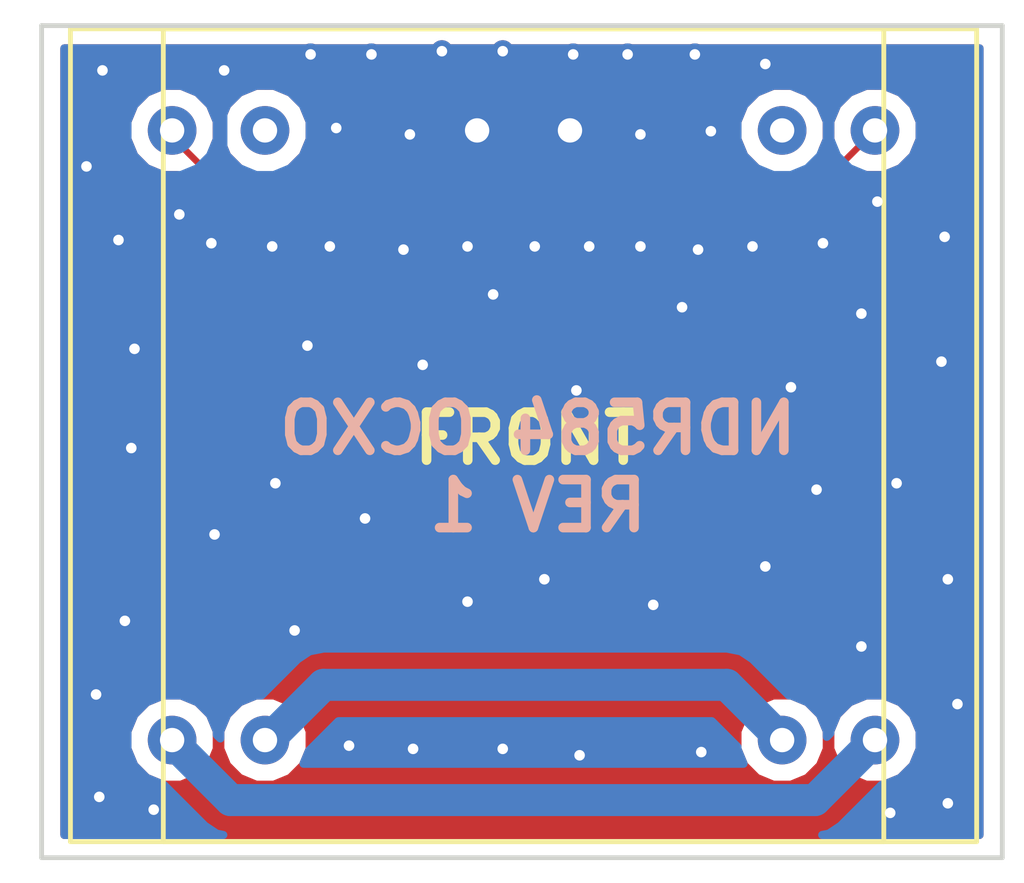
<source format=kicad_pcb>
(kicad_pcb (version 4) (host pcbnew "(2015-09-06 BZR 6161, Git 6b3ff2d)-product")

  (general
    (links 5)
    (no_connects 0)
    (area 98.6 97.651 130.700001 129.069)
    (thickness 1.6)
    (drawings 6)
    (tracks 213)
    (zones 0)
    (modules 2)
    (nets 6)
  )

  (page A4)
  (layers
    (0 F.Cu signal hide)
    (1 In1.Cu signal hide)
    (2 In2.Cu signal)
    (31 B.Cu signal hide)
    (32 B.Adhes user)
    (33 F.Adhes user)
    (34 B.Paste user)
    (35 F.Paste user)
    (36 B.SilkS user)
    (37 F.SilkS user)
    (38 B.Mask user)
    (39 F.Mask user)
    (40 Dwgs.User user)
    (41 Cmts.User user)
    (42 Eco1.User user)
    (43 Eco2.User user)
    (44 Edge.Cuts user)
    (45 Margin user)
    (46 B.CrtYd user)
    (47 F.CrtYd user)
    (48 B.Fab user)
    (49 F.Fab user)
  )

  (setup
    (last_trace_width 0.2032)
    (trace_clearance 0.254)
    (zone_clearance 0.508)
    (zone_45_only yes)
    (trace_min 0.2)
    (segment_width 0.2)
    (edge_width 0.15)
    (via_size 0.6858)
    (via_drill 0.3302)
    (via_min_size 0.4)
    (via_min_drill 0.3)
    (uvia_size 0.6858)
    (uvia_drill 0.3302)
    (uvias_allowed no)
    (uvia_min_size 0.2)
    (uvia_min_drill 0.1)
    (pcb_text_width 0.3)
    (pcb_text_size 1.5 1.5)
    (mod_edge_width 0.15)
    (mod_text_size 1 1)
    (mod_text_width 0.15)
    (pad_size 5.08 5.08)
    (pad_drill 2.54)
    (pad_to_mask_clearance 0.2)
    (aux_axis_origin 0 0)
    (visible_elements 7FFFF77F)
    (pcbplotparams
      (layerselection 0x00030_80000001)
      (usegerberextensions false)
      (excludeedgelayer true)
      (linewidth 0.100000)
      (plotframeref false)
      (viasonmask false)
      (mode 1)
      (useauxorigin false)
      (hpglpennumber 1)
      (hpglpenspeed 20)
      (hpglpendiameter 15)
      (hpglpenoverlay 2)
      (psnegative false)
      (psa4output false)
      (plotreference true)
      (plotvalue true)
      (plotinvisibletext false)
      (padsonsilk false)
      (subtractmaskfromsilk false)
      (outputformat 1)
      (mirror false)
      (drillshape 1)
      (scaleselection 1)
      (outputdirectory ""))
  )

  (net 0 "")
  (net 1 GND)
  (net 2 "Net-(U1-Pad1)")
  (net 3 "Net-(U1-Pad3)")
  (net 4 "Net-(U1-Pad4)")
  (net 5 "Net-(U1-Pad5)")

  (net_class Default "This is the default net class."
    (clearance 0.254)
    (trace_width 0.2032)
    (via_dia 0.6858)
    (via_drill 0.3302)
    (uvia_dia 0.6858)
    (uvia_drill 0.3302)
    (add_net GND)
    (add_net "Net-(U1-Pad1)")
    (add_net "Net-(U1-Pad3)")
  )

  (net_class Power ""
    (clearance 0.254)
    (trace_width 1)
    (via_dia 0.6858)
    (via_drill 0.3302)
    (uvia_dia 0.6858)
    (uvia_drill 0.3302)
    (add_net "Net-(U1-Pad4)")
    (add_net "Net-(U1-Pad5)")
  )

  (module "Reference Parts:OX-2050-BEE-20744" (layer F.Cu) (tedit 5B6AFD72) (tstamp 5B6AF18C)
    (at 113.6 112.8)
    (path /5B6B13CB)
    (fp_text reference U1 (at -1.27 -13.97) (layer F.SilkS) hide
      (effects (font (size 1 1) (thickness 0.15)))
    )
    (fp_text value OX-2050-BEE-20744-100M00000 (at 0 15.24) (layer F.Fab) hide
      (effects (font (size 1 1) (thickness 0.15)))
    )
    (fp_line (start -12.7 -12.7) (end -12.7 12.7) (layer F.SilkS) (width 0.15))
    (fp_line (start 12.7 -12.7) (end -12.7 -12.7) (layer F.SilkS) (width 0.15))
    (fp_line (start 12.7 -12.7) (end 12.7 12.7) (layer F.SilkS) (width 0.15))
    (fp_line (start -12.7 12.7) (end 12.7 12.7) (layer F.SilkS) (width 0.15))
    (pad 5 thru_hole circle (at -9.525 9.525) (size 1.52 1.52) (drill 0.76) (layers *.Cu *.Mask)
      (net 5 "Net-(U1-Pad5)"))
    (pad 4 thru_hole circle (at 9.525 9.525) (size 1.52 1.52) (drill 0.76) (layers *.Cu *.Mask)
      (net 4 "Net-(U1-Pad4)"))
    (pad 3 thru_hole circle (at 9.525 -9.525) (size 1.52 1.52) (drill 0.76) (layers *.Cu *.Mask)
      (net 3 "Net-(U1-Pad3)"))
    (pad 2 thru_hole circle (at 0 -9.525) (size 1.52 1.52) (drill 0.76) (layers *.Cu *.Mask)
      (net 1 GND))
    (pad 1 thru_hole circle (at -9.525 -9.525) (size 1.52 1.52) (drill 0.76) (layers *.Cu *.Mask)
      (net 2 "Net-(U1-Pad1)"))
  )

  (module "Reference Parts:OX-2050-BEE-20744" (layer F.Cu) (tedit 5B6AFD7C) (tstamp 5B58A5D6)
    (at 116.5 112.8)
    (path /5B3BF808)
    (fp_text reference U16 (at -1.27 -13.97) (layer F.SilkS) hide
      (effects (font (size 1 1) (thickness 0.15)))
    )
    (fp_text value OX-2050-BEE-20744-100M00000 (at 0 15.24) (layer F.Fab) hide
      (effects (font (size 1 1) (thickness 0.15)))
    )
    (fp_line (start -12.7 -12.7) (end -12.7 12.7) (layer F.SilkS) (width 0.15))
    (fp_line (start 12.7 -12.7) (end -12.7 -12.7) (layer F.SilkS) (width 0.15))
    (fp_line (start 12.7 -12.7) (end 12.7 12.7) (layer F.SilkS) (width 0.15))
    (fp_line (start -12.7 12.7) (end 12.7 12.7) (layer F.SilkS) (width 0.15))
    (pad 5 thru_hole circle (at -9.525 9.525) (size 1.52 1.52) (drill 0.76) (layers *.Cu *.Mask)
      (net 4 "Net-(U1-Pad4)"))
    (pad 4 thru_hole circle (at 9.525 9.525) (size 1.52 1.52) (drill 0.76) (layers *.Cu *.Mask)
      (net 5 "Net-(U1-Pad5)"))
    (pad 3 thru_hole circle (at 9.525 -9.525) (size 1.52 1.52) (drill 0.76) (layers *.Cu *.Mask)
      (net 2 "Net-(U1-Pad1)"))
    (pad 2 thru_hole circle (at 0 -9.525) (size 1.52 1.52) (drill 0.76) (layers *.Cu *.Mask)
      (net 1 GND))
    (pad 1 thru_hole circle (at -9.525 -9.525) (size 1.52 1.52) (drill 0.76) (layers *.Cu *.Mask)
      (net 3 "Net-(U1-Pad3)"))
  )

  (gr_text "NDR584 OCXO\nREV 1" (at 115.5 113.8) (layer B.SilkS)
    (effects (font (size 1.5 1.5) (thickness 0.3)) (justify mirror))
  )
  (gr_text FRONT (at 115.2 112.9) (layer F.SilkS)
    (effects (font (size 1.5 1.5) (thickness 0.3)))
  )
  (gr_line (start 130 100) (end 130 126) (angle 90) (layer Edge.Cuts) (width 0.15))
  (gr_line (start 100 100) (end 130 100) (angle 90) (layer Edge.Cuts) (width 0.15))
  (gr_line (start 100 100) (end 100 126) (angle 90) (layer Edge.Cuts) (width 0.15))
  (gr_line (start 100 126) (end 130 126) (angle 90) (layer Edge.Cuts) (width 0.15))

  (segment (start 105.7 101.4) (end 105.7 104) (width 0.2032) (layer B.Cu) (net 1))
  (segment (start 105.3 104.4) (end 105.3 106.8) (width 0.2032) (layer B.Cu) (net 1) (tstamp 5B6B0301))
  (segment (start 105.7 104) (end 105.3 104.4) (width 0.2032) (layer B.Cu) (net 1) (tstamp 5B6B02FD))
  (segment (start 105.4 115.9) (end 105.3 115.9) (width 0.2032) (layer B.Cu) (net 1))
  (via (at 103.5 124.5) (size 0.6858) (drill 0.3302) (layers F.Cu B.Cu) (net 1))
  (segment (start 102.2 124.5) (end 103.5 124.5) (width 0.2032) (layer F.Cu) (net 1) (tstamp 5B6AFFCC))
  (segment (start 101.8 124.1) (end 102.2 124.5) (width 0.2032) (layer F.Cu) (net 1) (tstamp 5B6AFFCB))
  (via (at 101.8 124.1) (size 0.6858) (drill 0.3302) (layers F.Cu B.Cu) (net 1))
  (segment (start 101.8 121) (end 101.8 124.1) (width 0.2032) (layer B.Cu) (net 1) (tstamp 5B6AFFC9))
  (segment (start 101.7 120.9) (end 101.8 121) (width 0.2032) (layer B.Cu) (net 1) (tstamp 5B6AFFC8))
  (via (at 101.7 120.9) (size 0.6858) (drill 0.3302) (layers F.Cu B.Cu) (net 1))
  (segment (start 101.7 119.5) (end 101.7 120.9) (width 0.2032) (layer F.Cu) (net 1) (tstamp 5B6AFFC5))
  (segment (start 102.6 118.6) (end 101.7 119.5) (width 0.2032) (layer F.Cu) (net 1) (tstamp 5B6AFFC4))
  (via (at 102.6 118.6) (size 0.6858) (drill 0.3302) (layers F.Cu B.Cu) (net 1))
  (segment (start 105.3 115.9) (end 102.6 118.6) (width 0.2032) (layer B.Cu) (net 1) (tstamp 5B6AFFC1))
  (segment (start 119.1 118.1) (end 119.1 121.3) (width 0.2032) (layer F.Cu) (net 1))
  (via (at 109.6 122.5) (size 0.6858) (drill 0.3302) (layers F.Cu B.Cu) (net 1))
  (segment (start 111.5 122.5) (end 109.6 122.5) (width 0.2032) (layer F.Cu) (net 1) (tstamp 5B6AFFBD))
  (segment (start 111.6 122.6) (end 111.5 122.5) (width 0.2032) (layer F.Cu) (net 1) (tstamp 5B6AFFBC))
  (via (at 111.6 122.6) (size 0.6858) (drill 0.3302) (layers F.Cu B.Cu) (net 1))
  (segment (start 114.4 122.6) (end 111.6 122.6) (width 0.2032) (layer B.Cu) (net 1) (tstamp 5B6AFFB9))
  (via (at 114.4 122.6) (size 0.6858) (drill 0.3302) (layers F.Cu B.Cu) (net 1))
  (segment (start 116.6 122.6) (end 114.4 122.6) (width 0.2032) (layer F.Cu) (net 1) (tstamp 5B6AFFB7))
  (segment (start 116.8 122.8) (end 116.6 122.6) (width 0.2032) (layer F.Cu) (net 1) (tstamp 5B6AFFB6))
  (via (at 116.8 122.8) (size 0.6858) (drill 0.3302) (layers F.Cu B.Cu) (net 1))
  (segment (start 120.5 122.8) (end 116.8 122.8) (width 0.2032) (layer B.Cu) (net 1) (tstamp 5B6AFFB4))
  (segment (start 120.6 122.7) (end 120.5 122.8) (width 0.2032) (layer B.Cu) (net 1) (tstamp 5B6AFFB3))
  (via (at 120.6 122.7) (size 0.6858) (drill 0.3302) (layers F.Cu B.Cu) (net 1))
  (segment (start 120.5 122.7) (end 120.6 122.7) (width 0.2032) (layer F.Cu) (net 1) (tstamp 5B6AFFAD))
  (segment (start 119.1 121.3) (end 120.5 122.7) (width 0.2032) (layer F.Cu) (net 1) (tstamp 5B6AFFA8))
  (segment (start 102.9 110.1) (end 102.9 113.1) (width 0.2032) (layer In1.Cu) (net 1))
  (segment (start 126.5 124.6) (end 126.3 124.6) (width 0.2032) (layer B.Cu) (net 1) (tstamp 5B6AFF91))
  (via (at 126.5 124.6) (size 0.6858) (drill 0.3302) (layers F.Cu B.Cu) (net 1))
  (segment (start 128 124.6) (end 126.5 124.6) (width 0.2032) (layer F.Cu) (net 1) (tstamp 5B6AFF8B))
  (segment (start 128.3 124.3) (end 128 124.6) (width 0.2032) (layer F.Cu) (net 1) (tstamp 5B6AFF8A))
  (via (at 128.3 124.3) (size 0.6858) (drill 0.3302) (layers F.Cu B.Cu) (net 1))
  (segment (start 128.3 121.5) (end 128.3 124.3) (width 0.2032) (layer B.Cu) (net 1) (tstamp 5B6AFF88))
  (segment (start 128.6 121.2) (end 128.3 121.5) (width 0.2032) (layer B.Cu) (net 1) (tstamp 5B6AFF87))
  (via (at 128.6 121.2) (size 0.6858) (drill 0.3302) (layers F.Cu B.Cu) (net 1))
  (segment (start 127.4 121.2) (end 128.6 121.2) (width 0.2032) (layer F.Cu) (net 1) (tstamp 5B6AFF84))
  (segment (start 125.6 119.4) (end 127.4 121.2) (width 0.2032) (layer F.Cu) (net 1) (tstamp 5B6AFF83))
  (via (at 125.6 119.4) (size 0.6858) (drill 0.3302) (layers F.Cu B.Cu) (net 1))
  (segment (start 126.2 119.4) (end 125.6 119.4) (width 0.2032) (layer B.Cu) (net 1) (tstamp 5B6AFF81))
  (segment (start 128.3 117.3) (end 126.2 119.4) (width 0.2032) (layer B.Cu) (net 1) (tstamp 5B6AFF80))
  (via (at 128.3 117.3) (size 0.6858) (drill 0.3302) (layers F.Cu B.Cu) (net 1))
  (segment (start 128.3 115.9) (end 128.3 117.3) (width 0.2032) (layer F.Cu) (net 1) (tstamp 5B6AFF7D))
  (segment (start 126.7 114.3) (end 128.3 115.9) (width 0.2032) (layer F.Cu) (net 1) (tstamp 5B6AFF7C))
  (via (at 126.7 114.3) (size 0.6858) (drill 0.3302) (layers F.Cu B.Cu) (net 1))
  (segment (start 124.4 114.3) (end 126.7 114.3) (width 0.2032) (layer B.Cu) (net 1) (tstamp 5B6AFF7A))
  (segment (start 124.2 114.5) (end 124.4 114.3) (width 0.2032) (layer B.Cu) (net 1) (tstamp 5B6AFF79))
  (via (at 124.2 114.5) (size 0.6858) (drill 0.3302) (layers F.Cu B.Cu) (net 1))
  (segment (start 124.2 115.3) (end 124.2 114.5) (width 0.2032) (layer F.Cu) (net 1) (tstamp 5B6AFF77))
  (segment (start 122.6 116.9) (end 124.2 115.3) (width 0.2032) (layer F.Cu) (net 1) (tstamp 5B6AFF76))
  (via (at 122.6 116.9) (size 0.6858) (drill 0.3302) (layers F.Cu B.Cu) (net 1))
  (segment (start 120.3 116.9) (end 122.6 116.9) (width 0.2032) (layer B.Cu) (net 1) (tstamp 5B6AFF73))
  (segment (start 119.1 118.1) (end 120.3 116.9) (width 0.2032) (layer B.Cu) (net 1) (tstamp 5B6AFF72))
  (via (at 119.1 118.1) (size 0.6858) (drill 0.3302) (layers F.Cu B.Cu) (net 1))
  (segment (start 116.5 118.1) (end 119.1 118.1) (width 0.2032) (layer F.Cu) (net 1) (tstamp 5B6AFF70))
  (segment (start 115.7 117.3) (end 116.5 118.1) (width 0.2032) (layer F.Cu) (net 1) (tstamp 5B6AFF6F))
  (via (at 115.7 117.3) (size 0.6858) (drill 0.3302) (layers F.Cu B.Cu) (net 1))
  (segment (start 114 117.3) (end 115.7 117.3) (width 0.2032) (layer B.Cu) (net 1) (tstamp 5B6AFF6D))
  (segment (start 113.3 118) (end 114 117.3) (width 0.2032) (layer B.Cu) (net 1) (tstamp 5B6AFF6C))
  (via (at 113.3 118) (size 0.6858) (drill 0.3302) (layers F.Cu B.Cu) (net 1))
  (segment (start 112.7 118) (end 113.3 118) (width 0.2032) (layer F.Cu) (net 1) (tstamp 5B6AFF6A))
  (segment (start 110.1 115.4) (end 112.7 118) (width 0.2032) (layer F.Cu) (net 1) (tstamp 5B6AFF69))
  (via (at 110.1 115.4) (size 0.6858) (drill 0.3302) (layers F.Cu B.Cu) (net 1))
  (segment (start 110.1 116.7) (end 110.1 115.4) (width 0.2032) (layer B.Cu) (net 1) (tstamp 5B6AFF66))
  (segment (start 107.9 118.9) (end 110.1 116.7) (width 0.2032) (layer B.Cu) (net 1) (tstamp 5B6AFF65))
  (via (at 107.9 118.9) (size 0.6858) (drill 0.3302) (layers F.Cu B.Cu) (net 1))
  (segment (start 107.9 114.9) (end 107.9 118.9) (width 0.2032) (layer F.Cu) (net 1) (tstamp 5B6AFF62))
  (segment (start 107.3 114.3) (end 107.9 114.9) (width 0.2032) (layer F.Cu) (net 1) (tstamp 5B6AFF61))
  (via (at 107.3 114.3) (size 0.6858) (drill 0.3302) (layers F.Cu B.Cu) (net 1))
  (segment (start 107 114.3) (end 107.3 114.3) (width 0.2032) (layer B.Cu) (net 1) (tstamp 5B6AFF5E))
  (segment (start 105.4 115.9) (end 107 114.3) (width 0.2032) (layer B.Cu) (net 1) (tstamp 5B6AFF5D))
  (via (at 105.4 115.9) (size 0.6858) (drill 0.3302) (layers F.Cu B.Cu) (net 1))
  (segment (start 105.4 115.8) (end 105.4 115.9) (width 0.2032) (layer F.Cu) (net 1) (tstamp 5B6AFF5B))
  (segment (start 102.8 113.2) (end 105.4 115.8) (width 0.2032) (layer F.Cu) (net 1) (tstamp 5B6AFF5A))
  (via (at 102.8 113.2) (size 0.6858) (drill 0.3302) (layers F.Cu B.Cu) (net 1))
  (segment (start 102.9 113.1) (end 102.8 113.2) (width 0.2032) (layer In1.Cu) (net 1) (tstamp 5B6AFF55))
  (segment (start 128.1 110.5) (end 128.1 106.7) (width 0.2032) (layer F.Cu) (net 1))
  (segment (start 102.4 106.7) (end 102.9 107.2) (width 0.2032) (layer F.Cu) (net 1) (tstamp 5B6AFAB9))
  (segment (start 102.9 107.2) (end 102.9 110.1) (width 0.2032) (layer F.Cu) (net 1) (tstamp 5B6AFABA))
  (via (at 102.9 110.1) (size 0.6858) (drill 0.3302) (layers F.Cu B.Cu) (net 1))
  (segment (start 102.9 110.1) (end 103 110) (width 0.2032) (layer B.Cu) (net 1) (tstamp 5B6AFABC))
  (segment (start 103 110) (end 108.3 110) (width 0.2032) (layer B.Cu) (net 1) (tstamp 5B6AFABD))
  (via (at 108.3 110) (size 0.6858) (drill 0.3302) (layers F.Cu B.Cu) (net 1))
  (segment (start 108.3 110) (end 108.9 110.6) (width 0.2032) (layer F.Cu) (net 1) (tstamp 5B6AFABF))
  (segment (start 108.9 110.6) (end 111.9 110.6) (width 0.2032) (layer F.Cu) (net 1) (tstamp 5B6AFAC0))
  (via (at 111.9 110.6) (size 0.6858) (drill 0.3302) (layers F.Cu B.Cu) (net 1))
  (segment (start 111.9 110.6) (end 114.1 108.4) (width 0.2032) (layer B.Cu) (net 1) (tstamp 5B6AFAC2))
  (via (at 114.1 108.4) (size 0.6858) (drill 0.3302) (layers F.Cu B.Cu) (net 1))
  (segment (start 114.1 108.4) (end 116.7 111) (width 0.2032) (layer F.Cu) (net 1) (tstamp 5B6AFAC5))
  (segment (start 116.7 111) (end 116.7 111.4) (width 0.2032) (layer F.Cu) (net 1) (tstamp 5B6AFAC6))
  (via (at 116.7 111.4) (size 0.6858) (drill 0.3302) (layers F.Cu B.Cu) (net 1))
  (segment (start 116.7 111.4) (end 119.3 108.8) (width 0.2032) (layer B.Cu) (net 1) (tstamp 5B6AFAC8))
  (segment (start 119.3 108.8) (end 120 108.8) (width 0.2032) (layer B.Cu) (net 1) (tstamp 5B6AFAC9))
  (via (at 120 108.8) (size 0.6858) (drill 0.3302) (layers F.Cu B.Cu) (net 1))
  (segment (start 120 108.8) (end 122.5 111.3) (width 0.2032) (layer F.Cu) (net 1) (tstamp 5B6AFACB))
  (segment (start 122.5 111.3) (end 123.4 111.3) (width 0.2032) (layer F.Cu) (net 1) (tstamp 5B6AFACC))
  (via (at 123.4 111.3) (size 0.6858) (drill 0.3302) (layers F.Cu B.Cu) (net 1))
  (segment (start 123.4 111.3) (end 125.6 109.1) (width 0.2032) (layer B.Cu) (net 1) (tstamp 5B6AFACF))
  (segment (start 125.6 109.1) (end 125.6 109) (width 0.2032) (layer B.Cu) (net 1) (tstamp 5B6AFAD0))
  (via (at 125.6 109) (size 0.6858) (drill 0.3302) (layers F.Cu B.Cu) (net 1))
  (segment (start 125.6 109) (end 127.1 110.5) (width 0.2032) (layer F.Cu) (net 1) (tstamp 5B6AFAD2))
  (segment (start 127.1 110.5) (end 128.1 110.5) (width 0.2032) (layer F.Cu) (net 1) (tstamp 5B6AFAD3))
  (via (at 128.1 110.5) (size 0.6858) (drill 0.3302) (layers F.Cu B.Cu) (net 1))
  (segment (start 128.2 106.6) (end 128 106.6) (width 0.2032) (layer B.Cu) (net 1) (tstamp 5B6AFD54))
  (via (at 128.2 106.6) (size 0.6858) (drill 0.3302) (layers F.Cu B.Cu) (net 1))
  (segment (start 128.1 106.7) (end 128.2 106.6) (width 0.2032) (layer F.Cu) (net 1) (tstamp 5B6AFD4F))
  (segment (start 102.4 106.7) (end 102.4 105.4) (width 0.2032) (layer F.Cu) (net 1))
  (segment (start 101.8 101.5) (end 101.8 101.6) (width 0.2032) (layer F.Cu) (net 1) (tstamp 5B6AFB6E))
  (segment (start 101.9 101.4) (end 101.8 101.5) (width 0.2032) (layer F.Cu) (net 1) (tstamp 5B6AFB6D))
  (via (at 101.9 101.4) (size 0.6858) (drill 0.3302) (layers F.Cu B.Cu) (net 1))
  (segment (start 101.9 103.9) (end 101.9 101.4) (width 0.2032) (layer B.Cu) (net 1) (tstamp 5B6AFB6B))
  (segment (start 101.4 104.4) (end 101.9 103.9) (width 0.2032) (layer B.Cu) (net 1) (tstamp 5B6AFB6A))
  (via (at 101.4 104.4) (size 0.6858) (drill 0.3302) (layers F.Cu B.Cu) (net 1))
  (segment (start 102.4 105.4) (end 101.4 104.4) (width 0.2032) (layer F.Cu) (net 1) (tstamp 5B6AFB67))
  (segment (start 104.3 105.9) (end 103.8 105.3) (width 0.2032) (layer B.Cu) (net 1))
  (via (at 104.3 105.9) (size 0.6858) (drill 0.3302) (layers F.Cu B.Cu) (net 1))
  (segment (start 104.3 105.9) (end 105.5 106.2) (width 0.2032) (layer B.Cu) (net 1) (tstamp 5B6AFA84))
  (segment (start 105.5 106.2) (end 105.3 106.8) (width 0.2032) (layer B.Cu) (net 1) (tstamp 5B6AFA85))
  (segment (start 103.8 105.3) (end 102.4 106.7) (width 0.2032) (layer B.Cu) (net 1) (tstamp 5B6AFAB7))
  (via (at 102.4 106.7) (size 0.6858) (drill 0.3302) (layers F.Cu B.Cu) (net 1))
  (segment (start 120.9 103.3) (end 120.9 102.9) (width 0.2032) (layer B.Cu) (net 1))
  (segment (start 118.575 103.275) (end 118.7 103.4) (width 0.2032) (layer B.Cu) (net 1) (tstamp 5B6AFA26))
  (via (at 118.7 103.4) (size 0.6858) (drill 0.3302) (layers F.Cu B.Cu) (net 1))
  (segment (start 118.7 103.4) (end 118.8 103.3) (width 0.2032) (layer F.Cu) (net 1) (tstamp 5B6AFA2B))
  (segment (start 118.8 103.3) (end 120.9 103.3) (width 0.2032) (layer F.Cu) (net 1) (tstamp 5B6AFA2C))
  (via (at 120.9 103.3) (size 0.6858) (drill 0.3302) (layers F.Cu B.Cu) (net 1))
  (segment (start 116.5 103.275) (end 118.575 103.275) (width 0.2032) (layer B.Cu) (net 1))
  (via (at 126.1 105.5) (size 0.6858) (drill 0.3302) (layers F.Cu B.Cu) (net 1))
  (via (at 105.3 106.8) (size 0.6858) (drill 0.3302) (layers F.Cu B.Cu) (net 1))
  (segment (start 105.3 106.8) (end 105.4 106.9) (width 0.2032) (layer F.Cu) (net 1) (tstamp 5B6AFA89))
  (segment (start 105.4 106.9) (end 107.2 106.9) (width 0.2032) (layer F.Cu) (net 1) (tstamp 5B6AFA8A))
  (via (at 107.2 106.9) (size 0.6858) (drill 0.3302) (layers F.Cu B.Cu) (net 1))
  (segment (start 107.2 106.9) (end 109 106.9) (width 0.2032) (layer B.Cu) (net 1) (tstamp 5B6AFA8C))
  (via (at 109 106.9) (size 0.6858) (drill 0.3302) (layers F.Cu B.Cu) (net 1))
  (segment (start 109 106.9) (end 109.1 107) (width 0.2032) (layer F.Cu) (net 1) (tstamp 5B6AFA8F))
  (segment (start 109.1 107) (end 111.3 107) (width 0.2032) (layer F.Cu) (net 1) (tstamp 5B6AFA90))
  (via (at 111.3 107) (size 0.6858) (drill 0.3302) (layers F.Cu B.Cu) (net 1))
  (segment (start 111.3 107) (end 111.4 106.9) (width 0.2032) (layer B.Cu) (net 1) (tstamp 5B6AFA92))
  (segment (start 111.4 106.9) (end 113.3 106.9) (width 0.2032) (layer B.Cu) (net 1) (tstamp 5B6AFA93))
  (via (at 113.3 106.9) (size 0.6858) (drill 0.3302) (layers F.Cu B.Cu) (net 1))
  (segment (start 113.3 106.9) (end 115.4 106.9) (width 0.2032) (layer F.Cu) (net 1) (tstamp 5B6AFA95))
  (via (at 115.4 106.9) (size 0.6858) (drill 0.3302) (layers F.Cu B.Cu) (net 1))
  (segment (start 115.4 106.9) (end 117.1 106.9) (width 0.2032) (layer B.Cu) (net 1) (tstamp 5B6AFA98))
  (via (at 117.1 106.9) (size 0.6858) (drill 0.3302) (layers F.Cu B.Cu) (net 1))
  (segment (start 117.1 106.9) (end 118.7 106.9) (width 0.2032) (layer F.Cu) (net 1) (tstamp 5B6AFA9B))
  (via (at 118.7 106.9) (size 0.6858) (drill 0.3302) (layers F.Cu B.Cu) (net 1))
  (segment (start 118.7 106.9) (end 118.8 107) (width 0.2032) (layer B.Cu) (net 1) (tstamp 5B6AFA9E))
  (segment (start 118.8 107) (end 120.5 107) (width 0.2032) (layer B.Cu) (net 1) (tstamp 5B6AFA9F))
  (via (at 120.5 107) (size 0.6858) (drill 0.3302) (layers F.Cu B.Cu) (net 1))
  (segment (start 120.5 107) (end 120.6 106.9) (width 0.2032) (layer F.Cu) (net 1) (tstamp 5B6AFAA1))
  (segment (start 120.6 106.9) (end 122.2 106.9) (width 0.2032) (layer F.Cu) (net 1) (tstamp 5B6AFAA2))
  (via (at 122.2 106.9) (size 0.6858) (drill 0.3302) (layers F.Cu B.Cu) (net 1))
  (segment (start 122.2 106.9) (end 122.3 106.8) (width 0.2032) (layer B.Cu) (net 1) (tstamp 5B6AFAA4))
  (segment (start 122.3 106.8) (end 124.4 106.8) (width 0.2032) (layer B.Cu) (net 1) (tstamp 5B6AFAA5))
  (via (at 124.4 106.8) (size 0.6858) (drill 0.3302) (layers F.Cu B.Cu) (net 1))
  (segment (start 124.4 106.8) (end 125.7 105.5) (width 0.2032) (layer F.Cu) (net 1) (tstamp 5B6AFAA7))
  (segment (start 125.7 105.5) (end 126.1 105.5) (width 0.2032) (layer F.Cu) (net 1) (tstamp 5B6AFAA8))
  (segment (start 105.7 101.4) (end 105.5 101.6) (width 0.2032) (layer F.Cu) (net 1) (tstamp 5B6AFA71))
  (via (at 105.7 101.4) (size 0.6858) (drill 0.3302) (layers F.Cu B.Cu) (net 1))
  (segment (start 107.9 101.4) (end 105.7 101.4) (width 0.2032) (layer B.Cu) (net 1) (tstamp 5B6AFA6D))
  (segment (start 108.4 100.9) (end 107.9 101.4) (width 0.2032) (layer B.Cu) (net 1) (tstamp 5B6AFA6C))
  (via (at 108.4 100.9) (size 0.6858) (drill 0.3302) (layers F.Cu B.Cu) (net 1))
  (segment (start 110.3 100.9) (end 108.4 100.9) (width 0.2032) (layer F.Cu) (net 1) (tstamp 5B6AFA67))
  (via (at 110.3 100.9) (size 0.6858) (drill 0.3302) (layers F.Cu B.Cu) (net 1))
  (segment (start 112.4 100.9) (end 110.3 100.9) (width 0.2032) (layer B.Cu) (net 1) (tstamp 5B6AFA64))
  (segment (start 112.5 100.8) (end 112.4 100.9) (width 0.2032) (layer B.Cu) (net 1) (tstamp 5B6AFA63))
  (via (at 112.5 100.8) (size 0.6858) (drill 0.3302) (layers F.Cu B.Cu) (net 1))
  (segment (start 114.4 100.8) (end 112.5 100.8) (width 0.2032) (layer F.Cu) (net 1) (tstamp 5B6AFA5F))
  (via (at 114.4 100.8) (size 0.6858) (drill 0.3302) (layers F.Cu B.Cu) (net 1))
  (segment (start 116.5 100.8) (end 114.4 100.8) (width 0.2032) (layer B.Cu) (net 1) (tstamp 5B6AFA5C))
  (segment (start 116.6 100.9) (end 116.5 100.8) (width 0.2032) (layer B.Cu) (net 1) (tstamp 5B6AFA5B))
  (via (at 116.6 100.9) (size 0.6858) (drill 0.3302) (layers F.Cu B.Cu) (net 1))
  (segment (start 118.3 100.9) (end 116.6 100.9) (width 0.2032) (layer F.Cu) (net 1) (tstamp 5B6AFA58))
  (via (at 118.3 100.9) (size 0.6858) (drill 0.3302) (layers F.Cu B.Cu) (net 1))
  (segment (start 120.4 100.9) (end 118.3 100.9) (width 0.2032) (layer B.Cu) (net 1) (tstamp 5B6AFA55))
  (via (at 120.4 100.9) (size 0.6858) (drill 0.3302) (layers F.Cu B.Cu) (net 1))
  (segment (start 122.3 100.9) (end 120.4 100.9) (width 0.2032) (layer F.Cu) (net 1) (tstamp 5B6AFA52))
  (segment (start 122.6 101.2) (end 122.3 100.9) (width 0.2032) (layer F.Cu) (net 1) (tstamp 5B6AFA51))
  (via (at 122.6 101.2) (size 0.6858) (drill 0.3302) (layers F.Cu B.Cu) (net 1))
  (segment (start 120.9 102.9) (end 122.6 101.2) (width 0.2032) (layer B.Cu) (net 1) (tstamp 5B6AFA46))
  (segment (start 113.6 103.275) (end 111.625 103.275) (width 0.2032) (layer B.Cu) (net 1))
  (segment (start 109.2 103.2) (end 109.3 103.2) (width 0.2032) (layer B.Cu) (net 1) (tstamp 5B6AFA20))
  (via (at 109.2 103.2) (size 0.6858) (drill 0.3302) (layers F.Cu B.Cu) (net 1))
  (segment (start 111.3 103.2) (end 109.2 103.2) (width 0.2032) (layer F.Cu) (net 1) (tstamp 5B6AFA1D))
  (segment (start 111.5 103.4) (end 111.3 103.2) (width 0.2032) (layer F.Cu) (net 1) (tstamp 5B6AFA1C))
  (via (at 111.5 103.4) (size 0.6858) (drill 0.3302) (layers F.Cu B.Cu) (net 1))
  (segment (start 111.625 103.275) (end 111.5 103.4) (width 0.2032) (layer B.Cu) (net 1) (tstamp 5B6AFA14))
  (segment (start 104.075 103.275) (end 104.075 103.475) (width 0.2032) (layer F.Cu) (net 2))
  (segment (start 104.075 103.475) (end 105.8 105.2) (width 0.2032) (layer F.Cu) (net 2) (tstamp 5B6B02EB))
  (segment (start 105.8 105.2) (end 124.1 105.2) (width 0.2032) (layer F.Cu) (net 2) (tstamp 5B6B02ED))
  (segment (start 124.1 105.2) (end 126.025 103.275) (width 0.2032) (layer F.Cu) (net 2) (tstamp 5B6B02F5))
  (segment (start 126.025 103.275) (end 126.025 103.475) (width 0.2032) (layer In2.Cu) (net 2))
  (segment (start 106.975 103.275) (end 106.975 103.125) (width 0.2032) (layer In2.Cu) (net 3))
  (segment (start 106.975 103.125) (end 108.2 101.9) (width 0.2032) (layer In2.Cu) (net 3) (tstamp 5B6B0232))
  (segment (start 121.75 101.9) (end 123.125 103.275) (width 0.2032) (layer In2.Cu) (net 3) (tstamp 5B6B0245))
  (segment (start 108.2 101.9) (end 121.75 101.9) (width 0.2032) (layer In2.Cu) (net 3) (tstamp 5B6B023A))
  (segment (start 106.975 122.325) (end 107.075 122.325) (width 1) (layer B.Cu) (net 4))
  (segment (start 107.075 122.325) (end 108.8 120.6) (width 1) (layer B.Cu) (net 4) (tstamp 5B6AFC6C))
  (segment (start 108.8 120.6) (end 121.4 120.6) (width 1) (layer B.Cu) (net 4) (tstamp 5B6AFC6E))
  (segment (start 121.4 120.6) (end 123.125 122.325) (width 1) (layer B.Cu) (net 4) (tstamp 5B6AFC72))
  (segment (start 107.075 122.325) (end 108.8 120.6) (width 0.2032) (layer B.Cu) (net 4) (tstamp 5B6AF9B7))
  (segment (start 108.8 120.6) (end 121.4 120.6) (width 0.2032) (layer B.Cu) (net 4) (tstamp 5B6AF9BA))
  (segment (start 121.4 120.6) (end 123.125 122.325) (width 0.2032) (layer B.Cu) (net 4) (tstamp 5B6AF9BE))
  (segment (start 104.075 122.325) (end 104.075 122.375) (width 1) (layer B.Cu) (net 5))
  (segment (start 104.075 122.375) (end 105.9 124.2) (width 1) (layer B.Cu) (net 5) (tstamp 5B6AFC77))
  (segment (start 105.9 124.2) (end 124.15 124.2) (width 1) (layer B.Cu) (net 5) (tstamp 5B6AFC79))
  (segment (start 124.15 124.2) (end 126.025 122.325) (width 1) (layer B.Cu) (net 5) (tstamp 5B6AFC81))
  (segment (start 104.075 122.375) (end 105.9 124.2) (width 0.2032) (layer B.Cu) (net 5) (tstamp 5B6AF9C2))
  (segment (start 105.9 124.2) (end 124.15 124.2) (width 0.2032) (layer B.Cu) (net 5) (tstamp 5B6AF9C8))
  (segment (start 124.15 124.2) (end 126.025 122.325) (width 0.2032) (layer B.Cu) (net 5) (tstamp 5B6AF9CC))

  (zone (net 1) (net_name GND) (layer F.Cu) (tstamp 5B6AFE09) (hatch edge 0.508)
    (connect_pads yes (clearance 0.508))
    (min_thickness 0.254)
    (fill yes (arc_segments 16) (thermal_gap 0.508) (thermal_bridge_width 0.508))
    (polygon
      (pts
        (xy 99.4 99.5) (xy 130.3 99.5) (xy 130.3 126.7) (xy 99 126.7) (xy 99 99.4)
        (xy 99.5 99.4)
      )
    )
    (filled_polygon
      (pts
        (xy 129.29 125.29) (xy 100.71 125.29) (xy 100.71 122.601265) (xy 102.679758 122.601265) (xy 102.891687 123.114172)
        (xy 103.283764 123.506934) (xy 103.7963 123.719758) (xy 104.351265 123.720242) (xy 104.864172 123.508313) (xy 105.256934 123.116236)
        (xy 105.469758 122.6037) (xy 105.46976 122.601265) (xy 105.579758 122.601265) (xy 105.791687 123.114172) (xy 106.183764 123.506934)
        (xy 106.6963 123.719758) (xy 107.251265 123.720242) (xy 107.764172 123.508313) (xy 108.156934 123.116236) (xy 108.369758 122.6037)
        (xy 108.36976 122.601265) (xy 121.729758 122.601265) (xy 121.941687 123.114172) (xy 122.333764 123.506934) (xy 122.8463 123.719758)
        (xy 123.401265 123.720242) (xy 123.914172 123.508313) (xy 124.306934 123.116236) (xy 124.519758 122.6037) (xy 124.51976 122.601265)
        (xy 124.629758 122.601265) (xy 124.841687 123.114172) (xy 125.233764 123.506934) (xy 125.7463 123.719758) (xy 126.301265 123.720242)
        (xy 126.814172 123.508313) (xy 127.206934 123.116236) (xy 127.419758 122.6037) (xy 127.420242 122.048735) (xy 127.208313 121.535828)
        (xy 126.816236 121.143066) (xy 126.3037 120.930242) (xy 125.748735 120.929758) (xy 125.235828 121.141687) (xy 124.843066 121.533764)
        (xy 124.630242 122.0463) (xy 124.629758 122.601265) (xy 124.51976 122.601265) (xy 124.520242 122.048735) (xy 124.308313 121.535828)
        (xy 123.916236 121.143066) (xy 123.4037 120.930242) (xy 122.848735 120.929758) (xy 122.335828 121.141687) (xy 121.943066 121.533764)
        (xy 121.730242 122.0463) (xy 121.729758 122.601265) (xy 108.36976 122.601265) (xy 108.370242 122.048735) (xy 108.158313 121.535828)
        (xy 107.766236 121.143066) (xy 107.2537 120.930242) (xy 106.698735 120.929758) (xy 106.185828 121.141687) (xy 105.793066 121.533764)
        (xy 105.580242 122.0463) (xy 105.579758 122.601265) (xy 105.46976 122.601265) (xy 105.470242 122.048735) (xy 105.258313 121.535828)
        (xy 104.866236 121.143066) (xy 104.3537 120.930242) (xy 103.798735 120.929758) (xy 103.285828 121.141687) (xy 102.893066 121.533764)
        (xy 102.680242 122.0463) (xy 102.679758 122.601265) (xy 100.71 122.601265) (xy 100.71 103.551265) (xy 102.679758 103.551265)
        (xy 102.891687 104.064172) (xy 103.283764 104.456934) (xy 103.7963 104.669758) (xy 104.228425 104.670135) (xy 105.279145 105.720855)
        (xy 105.518115 105.88053) (xy 105.8 105.9366) (xy 124.1 105.9366) (xy 124.381885 105.88053) (xy 124.620855 105.720855)
        (xy 125.693766 104.647944) (xy 125.7463 104.669758) (xy 126.301265 104.670242) (xy 126.814172 104.458313) (xy 127.206934 104.066236)
        (xy 127.419758 103.5537) (xy 127.420242 102.998735) (xy 127.208313 102.485828) (xy 126.816236 102.093066) (xy 126.3037 101.880242)
        (xy 125.748735 101.879758) (xy 125.235828 102.091687) (xy 124.843066 102.483764) (xy 124.630242 102.9963) (xy 124.629758 103.551265)
        (xy 124.652349 103.605941) (xy 124.38851 103.86978) (xy 124.519758 103.5537) (xy 124.520242 102.998735) (xy 124.308313 102.485828)
        (xy 123.916236 102.093066) (xy 123.4037 101.880242) (xy 122.848735 101.879758) (xy 122.335828 102.091687) (xy 121.943066 102.483764)
        (xy 121.730242 102.9963) (xy 121.729758 103.551265) (xy 121.941687 104.064172) (xy 122.333764 104.456934) (xy 122.349336 104.4634)
        (xy 107.751861 104.4634) (xy 107.764172 104.458313) (xy 108.156934 104.066236) (xy 108.369758 103.5537) (xy 108.370242 102.998735)
        (xy 108.158313 102.485828) (xy 107.766236 102.093066) (xy 107.2537 101.880242) (xy 106.698735 101.879758) (xy 106.185828 102.091687)
        (xy 105.793066 102.483764) (xy 105.580242 102.9963) (xy 105.579758 103.551265) (xy 105.791687 104.064172) (xy 106.183764 104.456934)
        (xy 106.199336 104.4634) (xy 106.10511 104.4634) (xy 105.389263 103.747553) (xy 105.469758 103.5537) (xy 105.470242 102.998735)
        (xy 105.258313 102.485828) (xy 104.866236 102.093066) (xy 104.3537 101.880242) (xy 103.798735 101.879758) (xy 103.285828 102.091687)
        (xy 102.893066 102.483764) (xy 102.680242 102.9963) (xy 102.679758 103.551265) (xy 100.71 103.551265) (xy 100.71 100.71)
        (xy 129.29 100.71)
      )
    )
  )
  (zone (net 1) (net_name GND) (layer In1.Cu) (tstamp 5B6AFE29) (hatch edge 0.508)
    (connect_pads yes (clearance 0.508))
    (min_thickness 0.254)
    (fill yes (arc_segments 16) (thermal_gap 0.508) (thermal_bridge_width 0.508))
    (polygon
      (pts
        (xy 99 99.3) (xy 130.6 99.3) (xy 130.6 126.9) (xy 98.8 126.9) (xy 98.8 99.2)
        (xy 99 99.2)
      )
    )
    (filled_polygon
      (pts
        (xy 129.29 125.29) (xy 100.71 125.29) (xy 100.71 122.601265) (xy 102.679758 122.601265) (xy 102.891687 123.114172)
        (xy 103.283764 123.506934) (xy 103.7963 123.719758) (xy 104.351265 123.720242) (xy 104.864172 123.508313) (xy 105.256934 123.116236)
        (xy 105.469758 122.6037) (xy 105.46976 122.601265) (xy 105.579758 122.601265) (xy 105.791687 123.114172) (xy 106.183764 123.506934)
        (xy 106.6963 123.719758) (xy 107.251265 123.720242) (xy 107.764172 123.508313) (xy 108.156934 123.116236) (xy 108.369758 122.6037)
        (xy 108.36976 122.601265) (xy 121.729758 122.601265) (xy 121.941687 123.114172) (xy 122.333764 123.506934) (xy 122.8463 123.719758)
        (xy 123.401265 123.720242) (xy 123.914172 123.508313) (xy 124.306934 123.116236) (xy 124.519758 122.6037) (xy 124.51976 122.601265)
        (xy 124.629758 122.601265) (xy 124.841687 123.114172) (xy 125.233764 123.506934) (xy 125.7463 123.719758) (xy 126.301265 123.720242)
        (xy 126.814172 123.508313) (xy 127.206934 123.116236) (xy 127.419758 122.6037) (xy 127.420242 122.048735) (xy 127.208313 121.535828)
        (xy 126.816236 121.143066) (xy 126.3037 120.930242) (xy 125.748735 120.929758) (xy 125.235828 121.141687) (xy 124.843066 121.533764)
        (xy 124.630242 122.0463) (xy 124.629758 122.601265) (xy 124.51976 122.601265) (xy 124.520242 122.048735) (xy 124.308313 121.535828)
        (xy 123.916236 121.143066) (xy 123.4037 120.930242) (xy 122.848735 120.929758) (xy 122.335828 121.141687) (xy 121.943066 121.533764)
        (xy 121.730242 122.0463) (xy 121.729758 122.601265) (xy 108.36976 122.601265) (xy 108.370242 122.048735) (xy 108.158313 121.535828)
        (xy 107.766236 121.143066) (xy 107.2537 120.930242) (xy 106.698735 120.929758) (xy 106.185828 121.141687) (xy 105.793066 121.533764)
        (xy 105.580242 122.0463) (xy 105.579758 122.601265) (xy 105.46976 122.601265) (xy 105.470242 122.048735) (xy 105.258313 121.535828)
        (xy 104.866236 121.143066) (xy 104.3537 120.930242) (xy 103.798735 120.929758) (xy 103.285828 121.141687) (xy 102.893066 121.533764)
        (xy 102.680242 122.0463) (xy 102.679758 122.601265) (xy 100.71 122.601265) (xy 100.71 103.551265) (xy 102.679758 103.551265)
        (xy 102.891687 104.064172) (xy 103.283764 104.456934) (xy 103.7963 104.669758) (xy 104.351265 104.670242) (xy 104.864172 104.458313)
        (xy 105.256934 104.066236) (xy 105.469758 103.5537) (xy 105.46976 103.551265) (xy 105.579758 103.551265) (xy 105.791687 104.064172)
        (xy 106.183764 104.456934) (xy 106.6963 104.669758) (xy 107.251265 104.670242) (xy 107.764172 104.458313) (xy 108.156934 104.066236)
        (xy 108.369758 103.5537) (xy 108.36976 103.551265) (xy 121.729758 103.551265) (xy 121.941687 104.064172) (xy 122.333764 104.456934)
        (xy 122.8463 104.669758) (xy 123.401265 104.670242) (xy 123.914172 104.458313) (xy 124.306934 104.066236) (xy 124.519758 103.5537)
        (xy 124.51976 103.551265) (xy 124.629758 103.551265) (xy 124.841687 104.064172) (xy 125.233764 104.456934) (xy 125.7463 104.669758)
        (xy 126.301265 104.670242) (xy 126.814172 104.458313) (xy 127.206934 104.066236) (xy 127.419758 103.5537) (xy 127.420242 102.998735)
        (xy 127.208313 102.485828) (xy 126.816236 102.093066) (xy 126.3037 101.880242) (xy 125.748735 101.879758) (xy 125.235828 102.091687)
        (xy 124.843066 102.483764) (xy 124.630242 102.9963) (xy 124.629758 103.551265) (xy 124.51976 103.551265) (xy 124.520242 102.998735)
        (xy 124.308313 102.485828) (xy 123.916236 102.093066) (xy 123.4037 101.880242) (xy 122.848735 101.879758) (xy 122.335828 102.091687)
        (xy 121.943066 102.483764) (xy 121.730242 102.9963) (xy 121.729758 103.551265) (xy 108.36976 103.551265) (xy 108.370242 102.998735)
        (xy 108.158313 102.485828) (xy 107.766236 102.093066) (xy 107.2537 101.880242) (xy 106.698735 101.879758) (xy 106.185828 102.091687)
        (xy 105.793066 102.483764) (xy 105.580242 102.9963) (xy 105.579758 103.551265) (xy 105.46976 103.551265) (xy 105.470242 102.998735)
        (xy 105.258313 102.485828) (xy 104.866236 102.093066) (xy 104.3537 101.880242) (xy 103.798735 101.879758) (xy 103.285828 102.091687)
        (xy 102.893066 102.483764) (xy 102.680242 102.9963) (xy 102.679758 103.551265) (xy 100.71 103.551265) (xy 100.71 100.71)
        (xy 129.29 100.71)
      )
    )
  )
  (zone (net 1) (net_name GND) (layer In2.Cu) (tstamp 5B6AFE37) (hatch edge 0.508)
    (connect_pads yes (clearance 0.508))
    (min_thickness 0.254)
    (fill yes (arc_segments 16) (thermal_gap 0.508) (thermal_bridge_width 0.508))
    (polygon
      (pts
        (xy 130.7 99.4) (xy 130.7 126.8) (xy 98.8 126.8) (xy 98.8 99.4) (xy 130.7 99.4)
      )
    )
    (filled_polygon
      (pts
        (xy 129.29 125.29) (xy 100.71 125.29) (xy 100.71 122.601265) (xy 102.679758 122.601265) (xy 102.891687 123.114172)
        (xy 103.283764 123.506934) (xy 103.7963 123.719758) (xy 104.351265 123.720242) (xy 104.864172 123.508313) (xy 105.256934 123.116236)
        (xy 105.469758 122.6037) (xy 105.46976 122.601265) (xy 105.579758 122.601265) (xy 105.791687 123.114172) (xy 106.183764 123.506934)
        (xy 106.6963 123.719758) (xy 107.251265 123.720242) (xy 107.764172 123.508313) (xy 108.156934 123.116236) (xy 108.369758 122.6037)
        (xy 108.36976 122.601265) (xy 121.729758 122.601265) (xy 121.941687 123.114172) (xy 122.333764 123.506934) (xy 122.8463 123.719758)
        (xy 123.401265 123.720242) (xy 123.914172 123.508313) (xy 124.306934 123.116236) (xy 124.519758 122.6037) (xy 124.51976 122.601265)
        (xy 124.629758 122.601265) (xy 124.841687 123.114172) (xy 125.233764 123.506934) (xy 125.7463 123.719758) (xy 126.301265 123.720242)
        (xy 126.814172 123.508313) (xy 127.206934 123.116236) (xy 127.419758 122.6037) (xy 127.420242 122.048735) (xy 127.208313 121.535828)
        (xy 126.816236 121.143066) (xy 126.3037 120.930242) (xy 125.748735 120.929758) (xy 125.235828 121.141687) (xy 124.843066 121.533764)
        (xy 124.630242 122.0463) (xy 124.629758 122.601265) (xy 124.51976 122.601265) (xy 124.520242 122.048735) (xy 124.308313 121.535828)
        (xy 123.916236 121.143066) (xy 123.4037 120.930242) (xy 122.848735 120.929758) (xy 122.335828 121.141687) (xy 121.943066 121.533764)
        (xy 121.730242 122.0463) (xy 121.729758 122.601265) (xy 108.36976 122.601265) (xy 108.370242 122.048735) (xy 108.158313 121.535828)
        (xy 107.766236 121.143066) (xy 107.2537 120.930242) (xy 106.698735 120.929758) (xy 106.185828 121.141687) (xy 105.793066 121.533764)
        (xy 105.580242 122.0463) (xy 105.579758 122.601265) (xy 105.46976 122.601265) (xy 105.470242 122.048735) (xy 105.258313 121.535828)
        (xy 104.866236 121.143066) (xy 104.3537 120.930242) (xy 103.798735 120.929758) (xy 103.285828 121.141687) (xy 102.893066 121.533764)
        (xy 102.680242 122.0463) (xy 102.679758 122.601265) (xy 100.71 122.601265) (xy 100.71 103.551265) (xy 102.679758 103.551265)
        (xy 102.891687 104.064172) (xy 103.283764 104.456934) (xy 103.7963 104.669758) (xy 104.351265 104.670242) (xy 104.864172 104.458313)
        (xy 105.256934 104.066236) (xy 105.469758 103.5537) (xy 105.46976 103.551265) (xy 105.579758 103.551265) (xy 105.791687 104.064172)
        (xy 106.183764 104.456934) (xy 106.6963 104.669758) (xy 107.251265 104.670242) (xy 107.764172 104.458313) (xy 108.156934 104.066236)
        (xy 108.369758 103.5537) (xy 108.370242 102.998735) (xy 108.303793 102.837917) (xy 108.50511 102.6366) (xy 121.44489 102.6366)
        (xy 121.752056 102.943766) (xy 121.730242 102.9963) (xy 121.729758 103.551265) (xy 121.941687 104.064172) (xy 122.333764 104.456934)
        (xy 122.8463 104.669758) (xy 123.401265 104.670242) (xy 123.914172 104.458313) (xy 124.306934 104.066236) (xy 124.519758 103.5537)
        (xy 124.51976 103.551265) (xy 124.629758 103.551265) (xy 124.841687 104.064172) (xy 125.233764 104.456934) (xy 125.7463 104.669758)
        (xy 126.301265 104.670242) (xy 126.814172 104.458313) (xy 127.206934 104.066236) (xy 127.419758 103.5537) (xy 127.420242 102.998735)
        (xy 127.208313 102.485828) (xy 126.816236 102.093066) (xy 126.3037 101.880242) (xy 125.748735 101.879758) (xy 125.235828 102.091687)
        (xy 124.843066 102.483764) (xy 124.630242 102.9963) (xy 124.629758 103.551265) (xy 124.51976 103.551265) (xy 124.520242 102.998735)
        (xy 124.308313 102.485828) (xy 123.916236 102.093066) (xy 123.4037 101.880242) (xy 122.848735 101.879758) (xy 122.794059 101.902349)
        (xy 122.270855 101.379145) (xy 122.031885 101.21947) (xy 121.75 101.1634) (xy 108.2 101.1634) (xy 107.918115 101.21947)
        (xy 107.679145 101.379145) (xy 107.178114 101.880176) (xy 106.698735 101.879758) (xy 106.185828 102.091687) (xy 105.793066 102.483764)
        (xy 105.580242 102.9963) (xy 105.579758 103.551265) (xy 105.46976 103.551265) (xy 105.470242 102.998735) (xy 105.258313 102.485828)
        (xy 104.866236 102.093066) (xy 104.3537 101.880242) (xy 103.798735 101.879758) (xy 103.285828 102.091687) (xy 102.893066 102.483764)
        (xy 102.680242 102.9963) (xy 102.679758 103.551265) (xy 100.71 103.551265) (xy 100.71 100.71) (xy 129.29 100.71)
      )
    )
  )
  (zone (net 1) (net_name GND) (layer In2.Cu) (tstamp 5B6AFE42) (hatch edge 0.508)
    (connect_pads yes (clearance 0.508))
    (min_thickness 0.254)
    (fill yes (arc_segments 16) (thermal_gap 0.508) (thermal_bridge_width 0.508))
    (polygon
      (pts
        (xy 98.8 99.2) (xy 99.1 99.2) (xy 98.8 99.35) (xy 98.8 99.2)
      )
    )
  )
  (zone (net 1) (net_name GND) (layer In2.Cu) (tstamp 5B6AFE43) (hatch edge 0.508)
    (connect_pads yes (clearance 0.508))
    (min_thickness 0.254)
    (fill yes (arc_segments 16) (thermal_gap 0.508) (thermal_bridge_width 0.508))
    (polygon
      (pts
        (xy 98.7 99.4) (xy 98.8 99.35) (xy 98.8 99.4) (xy 98.7 99.4)
      )
    )
  )
  (zone (net 1) (net_name GND) (layer B.Cu) (tstamp 5B6AFE47) (hatch edge 0.508)
    (connect_pads yes (clearance 0.508))
    (min_thickness 0.254)
    (fill yes (arc_segments 16) (thermal_gap 0.508) (thermal_bridge_width 0.508))
    (polygon
      (pts
        (xy 98.8 99.3) (xy 130.3 99.3) (xy 130.3 126.9) (xy 98.6 126.9) (xy 98.6 99.2)
        (xy 99 99.2)
      )
    )
    (filled_polygon
      (pts
        (xy 129.29 125.29) (xy 124.37623 125.29) (xy 124.584346 125.248603) (xy 124.952566 125.002566) (xy 126.234949 123.720184)
        (xy 126.301265 123.720242) (xy 126.814172 123.508313) (xy 127.206934 123.116236) (xy 127.419758 122.6037) (xy 127.420242 122.048735)
        (xy 127.208313 121.535828) (xy 126.816236 121.143066) (xy 126.3037 120.930242) (xy 125.748735 120.929758) (xy 125.235828 121.141687)
        (xy 124.843066 121.533764) (xy 124.630242 122.0463) (xy 124.630182 122.114685) (xy 124.520088 122.224779) (xy 124.520242 122.048735)
        (xy 124.308313 121.535828) (xy 123.916236 121.143066) (xy 123.4037 120.930242) (xy 123.335314 120.930182) (xy 122.202566 119.797434)
        (xy 121.834346 119.551397) (xy 121.4 119.465) (xy 108.8 119.465) (xy 108.365654 119.551397) (xy 107.997434 119.797434)
        (xy 106.864965 120.929903) (xy 106.698735 120.929758) (xy 106.185828 121.141687) (xy 105.793066 121.533764) (xy 105.580242 122.0463)
        (xy 105.580043 122.274911) (xy 105.470141 122.165009) (xy 105.470242 122.048735) (xy 105.258313 121.535828) (xy 104.866236 121.143066)
        (xy 104.3537 120.930242) (xy 103.798735 120.929758) (xy 103.285828 121.141687) (xy 102.893066 121.533764) (xy 102.680242 122.0463)
        (xy 102.679758 122.601265) (xy 102.891687 123.114172) (xy 103.283764 123.506934) (xy 103.7963 123.719758) (xy 103.814642 123.719774)
        (xy 105.097434 125.002566) (xy 105.465654 125.248603) (xy 105.67377 125.29) (xy 100.71 125.29) (xy 100.71 103.551265)
        (xy 102.679758 103.551265) (xy 102.891687 104.064172) (xy 103.283764 104.456934) (xy 103.7963 104.669758) (xy 104.351265 104.670242)
        (xy 104.864172 104.458313) (xy 105.256934 104.066236) (xy 105.469758 103.5537) (xy 105.46976 103.551265) (xy 105.579758 103.551265)
        (xy 105.791687 104.064172) (xy 106.183764 104.456934) (xy 106.6963 104.669758) (xy 107.251265 104.670242) (xy 107.764172 104.458313)
        (xy 108.156934 104.066236) (xy 108.369758 103.5537) (xy 108.36976 103.551265) (xy 121.729758 103.551265) (xy 121.941687 104.064172)
        (xy 122.333764 104.456934) (xy 122.8463 104.669758) (xy 123.401265 104.670242) (xy 123.914172 104.458313) (xy 124.306934 104.066236)
        (xy 124.519758 103.5537) (xy 124.51976 103.551265) (xy 124.629758 103.551265) (xy 124.841687 104.064172) (xy 125.233764 104.456934)
        (xy 125.7463 104.669758) (xy 126.301265 104.670242) (xy 126.814172 104.458313) (xy 127.206934 104.066236) (xy 127.419758 103.5537)
        (xy 127.420242 102.998735) (xy 127.208313 102.485828) (xy 126.816236 102.093066) (xy 126.3037 101.880242) (xy 125.748735 101.879758)
        (xy 125.235828 102.091687) (xy 124.843066 102.483764) (xy 124.630242 102.9963) (xy 124.629758 103.551265) (xy 124.51976 103.551265)
        (xy 124.520242 102.998735) (xy 124.308313 102.485828) (xy 123.916236 102.093066) (xy 123.4037 101.880242) (xy 122.848735 101.879758)
        (xy 122.335828 102.091687) (xy 121.943066 102.483764) (xy 121.730242 102.9963) (xy 121.729758 103.551265) (xy 108.36976 103.551265)
        (xy 108.370242 102.998735) (xy 108.158313 102.485828) (xy 107.766236 102.093066) (xy 107.2537 101.880242) (xy 106.698735 101.879758)
        (xy 106.185828 102.091687) (xy 105.793066 102.483764) (xy 105.580242 102.9963) (xy 105.579758 103.551265) (xy 105.46976 103.551265)
        (xy 105.470242 102.998735) (xy 105.258313 102.485828) (xy 104.866236 102.093066) (xy 104.3537 101.880242) (xy 103.798735 101.879758)
        (xy 103.285828 102.091687) (xy 102.893066 102.483764) (xy 102.680242 102.9963) (xy 102.679758 103.551265) (xy 100.71 103.551265)
        (xy 100.71 100.71) (xy 129.29 100.71)
      )
    )
    (filled_polygon
      (pts
        (xy 121.729816 122.534948) (xy 121.729758 122.601265) (xy 121.92137 123.065) (xy 108.178209 123.065) (xy 108.347266 122.657866)
        (xy 109.270132 121.735) (xy 120.929868 121.735)
      )
    )
  )
)

</source>
